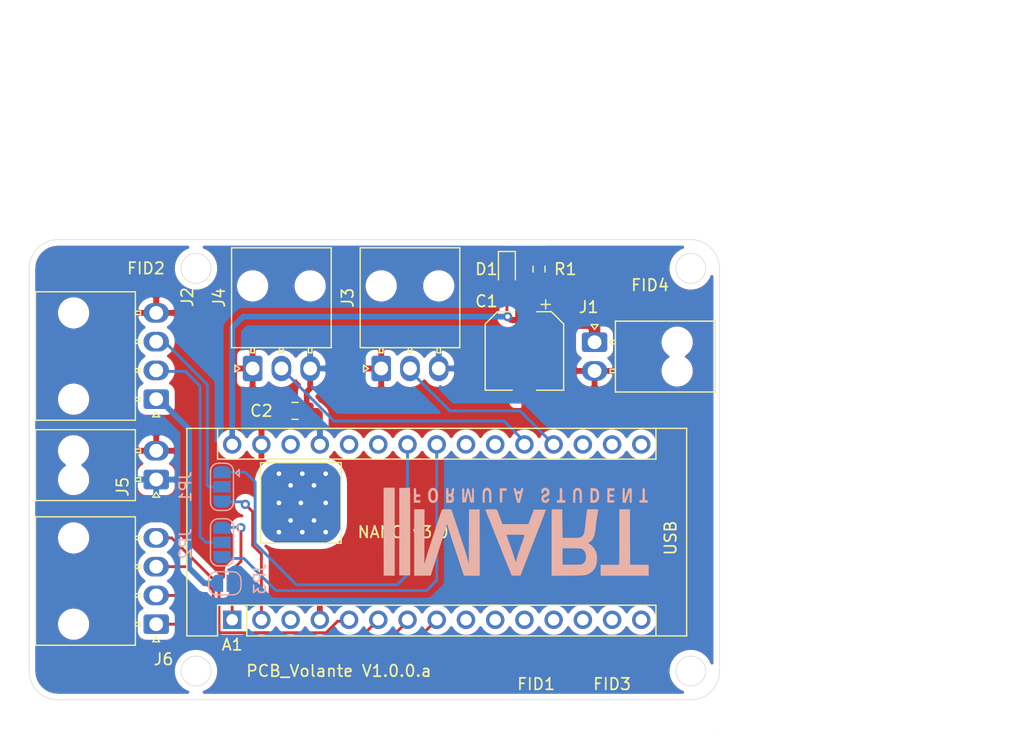
<source format=kicad_pcb>
(kicad_pcb (version 20171130) (host pcbnew "(5.1.8)-1")
  (layers (0 F.Cu signal hide) (31 B.Cu signal hide) (34 B.Paste user) (35 F.Paste user) (36 B.SilkS user hide) (37 F.SilkS user) (38 B.Mask user) (39 F.Mask user) (44 Edge.Cuts user))
  (net 0 "")
  (net 1 "Net-(A1-Pad16)")
  (net 2 "Net-(A1-Pad15)")
  (net 3 +12V)
  (net 4 "Net-(A1-Pad14)")
  (net 5 GND)
  (net 6 "Net-(A1-Pad13)")
  (net 7 "Net-(A1-Pad28)")
  (net 8 "Net-(A1-Pad12)")
  (net 9 VCC)
  (net 10 "Net-(A1-Pad11)")
  (net 11 "Net-(A1-Pad26)")
  (net 12 "Net-(A1-Pad10)")
  (net 13 "Net-(A1-Pad25)")
  (net 14 "Net-(A1-Pad9)")
  (net 15 SCL)
  (net 16 Btn3)
  (net 17 SDA)
  (net 18 Btn2)
  (net 19 "Net-(A1-Pad22)")
  (net 20 Btn1)
  (net 21 "Net-(A1-Pad21)")
  (net 22 Btn0)
  (net 23 Enco1_D)
  (net 24 Enco0_D)
  (net 25 "Net-(A1-Pad3)")
  (net 26 "Net-(A1-Pad18)")
  (net 27 RX)
  (net 28 "Net-(A1-Pad17)")
  (net 29 TX)
  (net 30 "Net-(J2-Pad3)")
  (net 31 "Net-(J2-Pad2)")
  (net 32 "Net-(J2-Pad1)")
  (net 33 "Net-(D1-Pad1)")
  (module Arduino_Modules:ThermalPad07_07 (layer F.Cu) (at 78.613 87.884)
    (fp_text reference " " (at 0 4.572) (layer F.SilkS))
    (fp_text value ThermalPad07_07)
    (pad 1 thru_hole roundrect (at 0 0) (size 7 7) (drill 0.4) (layers *.Cu *.Mask))
  )
  (module Inputs_Volante:MART_Logo (layer B.Cu) (at 97.536 89.916)
    (fp_text reference G*** hide)
    (fp_text value LOGO hide)
  )
  (module Capacitor_SMD:C_0805_2012Metric_Pad1.18x1.45mm_HandSolder (layer F.Cu) (at 78.105 79.883)
    (fp_text reference C2 (at -2.921 0) (layer F.SilkS))
    (fp_text value C)
    (pad 2 smd roundrect (at 1.0375 0) (size 1.175 1.45) (layers F.Cu F.Paste F.Mask) (roundrect_rratio 0.2127659574468085) (net 9 VCC))
    (pad 1 smd roundrect (at -1.0375 0) (size 1.175 1.45) (layers F.Cu F.Paste F.Mask) (roundrect_rratio 0.2127659574468085) (net 5 GND))
  )
  (module Connector_Molex:Molex_Nano-Fit_105313-xx04_1x04_P2.50mm_Horizontal (layer F.Cu) (at 66.04 98.425 180)
    (fp_text reference J6 (at -0.635 -3.048 180) (layer F.SilkS))
    (fp_text value 01x04_Comm)
    (pad "" np_thru_hole circle (at 7.18 7.5 180) (size 1.7 1.7) (drill 1.7) (layers *.Cu *.Mask))
    (pad "" np_thru_hole circle (at 7.18 0 180) (size 1.7 1.7) (drill 1.7) (layers *.Cu *.Mask))
    (pad 4 thru_hole oval (at 0 7.5 180) (size 2.2 1.7) (drill 1.2) (layers *.Cu *.Mask) (net 22 Btn0))
    (pad 3 thru_hole oval (at 0 5 180) (size 2.2 1.7) (drill 1.2) (layers *.Cu *.Mask) (net 20 Btn1))
    (pad 2 thru_hole oval (at 0 2.5 180) (size 2.2 1.7) (drill 1.2) (layers *.Cu *.Mask) (net 18 Btn2))
    (pad 1 thru_hole roundrect (at 0 0 180) (size 2.2 1.7) (drill 1.2) (layers *.Cu *.Mask) (roundrect_rratio 0.1470588235294118) (net 16 Btn3))
  )
  (module Connector_Molex:Molex_Nano-Fit_105313-xx02_1x02_P2.50mm_Horizontal (layer F.Cu) (at 66.04 85.852 180)
    (fp_text reference J5 (at 2.921 -0.635 90) (layer F.SilkS))
    (fp_text value 01x02_BtnSupply)
    (pad "" np_thru_hole circle (at 7.18 2.5 180) (size 1.7 1.7) (drill 1.7) (layers *.Cu *.Mask))
    (pad "" np_thru_hole circle (at 7.18 0 180) (size 1.7 1.7) (drill 1.7) (layers *.Cu *.Mask))
    (pad 2 thru_hole oval (at 0 2.5 180) (size 2.2 1.7) (drill 1.2) (layers *.Cu *.Mask) (net 5 GND))
    (pad 1 thru_hole roundrect (at 0 0 180) (size 2.2 1.7) (drill 1.2) (layers *.Cu *.Mask) (roundrect_rratio 0.1470588235294118) (net 9 VCC))
  )
  (module Capacitor_SMD:CP_Elec_6.3x7.7 (layer F.Cu) (at 98.044 74.676 270)
    (fp_text reference C1 (at -4.318 3.302 180) (layer F.SilkS))
    (fp_text value CP)
    (pad 2 smd roundrect (at 2.7 0 270) (size 3.5 1.6) (layers F.Cu F.Paste F.Mask) (roundrect_rratio 0.15625) (net 5 GND))
    (pad 1 smd roundrect (at -2.7 0 270) (size 3.5 1.6) (layers F.Cu F.Paste F.Mask) (roundrect_rratio 0.15625) (net 3 +12V))
  )
  (module Module:Arduino_Nano (layer F.Cu) (at 72.644 98.044 90)
    (fp_text reference A1 (at -2.159 0 180) (layer F.SilkS))
    (fp_text value Arduino_Nano_v3.x)
    (pad 16 thru_hole oval (at 15.24 35.56 90) (size 1.6 1.6) (drill 1) (layers *.Cu *.Mask) (net 1 "Net-(A1-Pad16)"))
    (pad 15 thru_hole oval (at 0 35.56 90) (size 1.6 1.6) (drill 1) (layers *.Cu *.Mask) (net 2 "Net-(A1-Pad15)"))
    (pad 30 thru_hole oval (at 15.24 0 90) (size 1.6 1.6) (drill 1) (layers *.Cu *.Mask) (net 3 +12V))
    (pad 14 thru_hole oval (at 0 33.02 90) (size 1.6 1.6) (drill 1) (layers *.Cu *.Mask) (net 4 "Net-(A1-Pad14)"))
    (pad 29 thru_hole oval (at 15.24 2.54 90) (size 1.6 1.6) (drill 1) (layers *.Cu *.Mask) (net 5 GND))
    (pad 13 thru_hole oval (at 0 30.48 90) (size 1.6 1.6) (drill 1) (layers *.Cu *.Mask) (net 6 "Net-(A1-Pad13)"))
    (pad 28 thru_hole oval (at 15.24 5.08 90) (size 1.6 1.6) (drill 1) (layers *.Cu *.Mask) (net 7 "Net-(A1-Pad28)"))
    (pad 12 thru_hole oval (at 0 27.94 90) (size 1.6 1.6) (drill 1) (layers *.Cu *.Mask) (net 8 "Net-(A1-Pad12)"))
    (pad 27 thru_hole oval (at 15.24 7.62 90) (size 1.6 1.6) (drill 1) (layers *.Cu *.Mask) (net 9 VCC))
    (pad 11 thru_hole oval (at 0 25.4 90) (size 1.6 1.6) (drill 1) (layers *.Cu *.Mask) (net 10 "Net-(A1-Pad11)"))
    (pad 26 thru_hole oval (at 15.24 10.16 90) (size 1.6 1.6) (drill 1) (layers *.Cu *.Mask) (net 11 "Net-(A1-Pad26)"))
    (pad 10 thru_hole oval (at 0 22.86 90) (size 1.6 1.6) (drill 1) (layers *.Cu *.Mask) (net 12 "Net-(A1-Pad10)"))
    (pad 25 thru_hole oval (at 15.24 12.7 90) (size 1.6 1.6) (drill 1) (layers *.Cu *.Mask) (net 13 "Net-(A1-Pad25)"))
    (pad 9 thru_hole oval (at 0 20.32 90) (size 1.6 1.6) (drill 1) (layers *.Cu *.Mask) (net 14 "Net-(A1-Pad9)"))
    (pad 24 thru_hole oval (at 15.24 15.24 90) (size 1.6 1.6) (drill 1) (layers *.Cu *.Mask) (net 15 SCL))
    (pad 8 thru_hole oval (at 0 17.78 90) (size 1.6 1.6) (drill 1) (layers *.Cu *.Mask) (net 16 Btn3))
    (pad 23 thru_hole oval (at 15.24 17.78 90) (size 1.6 1.6) (drill 1) (layers *.Cu *.Mask) (net 17 SDA))
    (pad 7 thru_hole oval (at 0 15.24 90) (size 1.6 1.6) (drill 1) (layers *.Cu *.Mask) (net 18 Btn2))
    (pad 22 thru_hole oval (at 15.24 20.32 90) (size 1.6 1.6) (drill 1) (layers *.Cu *.Mask) (net 19 "Net-(A1-Pad22)"))
    (pad 6 thru_hole oval (at 0 12.7 90) (size 1.6 1.6) (drill 1) (layers *.Cu *.Mask) (net 20 Btn1))
    (pad 21 thru_hole oval (at 15.24 22.86 90) (size 1.6 1.6) (drill 1) (layers *.Cu *.Mask) (net 21 "Net-(A1-Pad21)"))
    (pad 5 thru_hole oval (at 0 10.16 90) (size 1.6 1.6) (drill 1) (layers *.Cu *.Mask) (net 22 Btn0))
    (pad 20 thru_hole oval (at 15.24 25.4 90) (size 1.6 1.6) (drill 1) (layers *.Cu *.Mask) (net 23 Enco1_D))
    (pad 4 thru_hole oval (at 0 7.62 90) (size 1.6 1.6) (drill 1) (layers *.Cu *.Mask) (net 5 GND))
    (pad 19 thru_hole oval (at 15.24 27.94 90) (size 1.6 1.6) (drill 1) (layers *.Cu *.Mask) (net 24 Enco0_D))
    (pad 3 thru_hole oval (at 0 5.08 90) (size 1.6 1.6) (drill 1) (layers *.Cu *.Mask) (net 25 "Net-(A1-Pad3)"))
    (pad 18 thru_hole oval (at 15.24 30.48 90) (size 1.6 1.6) (drill 1) (layers *.Cu *.Mask) (net 26 "Net-(A1-Pad18)"))
    (pad 2 thru_hole oval (at 0 2.54 90) (size 1.6 1.6) (drill 1) (layers *.Cu *.Mask) (net 27 RX))
    (pad 17 thru_hole oval (at 15.24 33.02 90) (size 1.6 1.6) (drill 1) (layers *.Cu *.Mask) (net 28 "Net-(A1-Pad17)"))
    (pad 1 thru_hole rect (at 0 0 90) (size 1.6 1.6) (drill 1) (layers *.Cu *.Mask) (net 29 TX))
  )
  (module Resistor_SMD:R_0603_1608Metric_Pad0.98x0.95mm_HandSolder (layer F.Cu) (at 99.314 67.564 270)
    (fp_text reference R1 (at 0 -2.286 180) (layer F.SilkS))
    (fp_text value R_Small)
    (pad 2 smd roundrect (at 0.9125 0 270) (size 0.975 0.95) (layers F.Cu F.Paste F.Mask) (net 5 GND))
    (pad 1 smd roundrect (at -0.9125 0 270) (size 0.975 0.95) (layers F.Cu F.Paste F.Mask) (net 33 "Net-(D1-Pad1)"))
  )
  (module LED_SMD:LED_0603_1608Metric_Pad1.05x0.95mm_HandSolder (layer F.Cu) (at 96.52 67.691 270)
    (fp_text reference D1 (at -0.127 1.778 180) (layer F.SilkS))
    (fp_text value G-LED)
    (pad 2 smd roundrect (at 0.875 0 270) (size 1.05 0.95) (layers F.Cu F.Paste F.Mask) (net 3 +12V))
    (pad 1 smd roundrect (at -0.875 0 270) (size 1.05 0.95) (layers F.Cu F.Paste F.Mask) (net 33 "Net-(D1-Pad1)"))
  )
  (module Jumper:SolderJumper-2_P1.3mm_Open_RoundedPad1.0x1.5mm (layer B.Cu) (at 72.009 94.869 180)
    (fp_text reference JP3 (at -3.048 0.381 270) (layer B.SilkS) (effects (justify mirror)))
    (fp_text value SolderJumper_2_Open)
    (pad 2 smd custom (at 0.65 0 180) (size 1 0.5) (layers B.Cu B.Mask) (net 32 "Net-(J2-Pad1)") (options (clearance outline) (anchor rect)) (primitives (gr_circle (center 0 -0.25) (end 0.5 -0.25) (width 0)) (gr_circle (center 0 0.25) (end 0.5 0.25) (width 0)) (gr_poly (pts (xy 0 0.75) (xy -0.5 0.75) (xy -0.5 -0.75) (xy 0 -0.75)) (width 0))))
    (pad 1 smd custom (at -0.65 0 180) (size 1 0.5) (layers B.Cu B.Mask) (net 9 VCC) (options (clearance outline) (anchor rect)) (primitives (gr_circle (center 0 -0.25) (end 0.5 -0.25) (width 0)) (gr_circle (center 0 0.25) (end 0.5 0.25) (width 0)) (gr_poly (pts (xy 0 0.75) (xy 0.5 0.75) (xy 0.5 -0.75) (xy 0 -0.75)) (width 0))))
  )
  (module Jumper:SolderJumper-3_P1.3mm_Open_RoundedPad1.0x1.5mm (layer B.Cu) (at 71.755 91.313 270)
    (fp_text reference JP2 (at 0.127 3.175 270) (layer B.SilkS) (effects (justify mirror)))
    (fp_text value SolderJumper_3_Open)
    (pad 2 smd rect (at 0 0 270) (size 1 1.5) (layers B.Cu B.Mask) (net 31 "Net-(J2-Pad2)"))
    (pad 3 smd custom (at 1.3 0 270) (size 1 0.5) (layers B.Cu B.Mask) (net 17 SDA) (options (clearance outline) (anchor rect)) (primitives (gr_circle (center 0 -0.25) (end 0.5 -0.25) (width 0)) (gr_circle (center 0 0.25) (end 0.5 0.25) (width 0)) (gr_poly (pts (xy -0.55 0.75) (xy 0 0.75) (xy 0 -0.75) (xy -0.55 -0.75)) (width 0))))
    (pad 1 smd custom (at -1.3 0 270) (size 1 0.5) (layers B.Cu B.Mask) (net 29 TX) (options (clearance outline) (anchor rect)) (primitives (gr_circle (center 0 -0.25) (end 0.5 -0.25) (width 0)) (gr_circle (center 0 0.25) (end 0.5 0.25) (width 0)) (gr_poly (pts (xy 0.55 0.75) (xy 0 0.75) (xy 0 -0.75) (xy 0.55 -0.75)) (width 0))))
  )
  (module Jumper:SolderJumper-3_P1.3mm_Open_RoundedPad1.0x1.5mm (layer B.Cu) (at 71.755 86.487 270)
    (fp_text reference JP1 (at 0 3.175 270) (layer B.SilkS) (effects (justify mirror)))
    (fp_text value SolderJumper_3_Open)
    (pad 2 smd rect (at 0 0 270) (size 1 1.5) (layers B.Cu B.Mask) (net 30 "Net-(J2-Pad3)"))
    (pad 3 smd custom (at 1.3 0 270) (size 1 0.5) (layers B.Cu B.Mask) (net 27 RX) (options (clearance outline) (anchor rect)) (primitives (gr_circle (center 0 -0.25) (end 0.5 -0.25) (width 0)) (gr_circle (center 0 0.25) (end 0.5 0.25) (width 0)) (gr_poly (pts (xy -0.55 0.75) (xy 0 0.75) (xy 0 -0.75) (xy -0.55 -0.75)) (width 0))))
    (pad 1 smd custom (at -1.3 0 270) (size 1 0.5) (layers B.Cu B.Mask) (net 15 SCL) (options (clearance outline) (anchor rect)) (primitives (gr_circle (center 0 -0.25) (end 0.5 -0.25) (width 0)) (gr_circle (center 0 0.25) (end 0.5 0.25) (width 0)) (gr_poly (pts (xy 0.55 0.75) (xy 0 0.75) (xy 0 -0.75) (xy 0.55 -0.75)) (width 0))))
  )
  (module Connector_Molex:Molex_Nano-Fit_105313-xx03_1x03_P2.50mm_Horizontal (layer F.Cu) (at 74.422 76.2 90)
    (fp_text reference J4 (at 6.15 -2.92 90) (layer F.SilkS))
    (fp_text value 01x03_Enco1)
    (pad "" np_thru_hole circle (at 7.18 5 90) (size 1.7 1.7) (drill 1.7) (layers *.Cu *.Mask))
    (pad "" np_thru_hole circle (at 7.18 0 90) (size 1.7 1.7) (drill 1.7) (layers *.Cu *.Mask))
    (pad 3 thru_hole oval (at 0 5 90) (size 2.2 1.7) (drill 1.2) (layers *.Cu *.Mask) (net 9 VCC))
    (pad 2 thru_hole oval (at 0 2.5 90) (size 2.2 1.7) (drill 1.2) (layers *.Cu *.Mask) (net 23 Enco1_D))
    (pad 1 thru_hole roundrect (at 0 0 90) (size 2.2 1.7) (drill 1.2) (layers *.Cu *.Mask) (roundrect_rratio 0.1470588235294118) (net 5 GND))
  )
  (module Connector_Molex:Molex_Nano-Fit_105313-xx03_1x03_P2.50mm_Horizontal (layer F.Cu) (at 85.598 76.2 90)
    (fp_text reference J3 (at 6.15 -2.92 90) (layer F.SilkS))
    (fp_text value 01x03_Enco0)
    (pad "" np_thru_hole circle (at 7.18 5 90) (size 1.7 1.7) (drill 1.7) (layers *.Cu *.Mask))
    (pad "" np_thru_hole circle (at 7.18 0 90) (size 1.7 1.7) (drill 1.7) (layers *.Cu *.Mask))
    (pad 3 thru_hole oval (at 0 5 90) (size 2.2 1.7) (drill 1.2) (layers *.Cu *.Mask) (net 9 VCC))
    (pad 2 thru_hole oval (at 0 2.5 90) (size 2.2 1.7) (drill 1.2) (layers *.Cu *.Mask) (net 24 Enco0_D))
    (pad 1 thru_hole roundrect (at 0 0 90) (size 2.2 1.7) (drill 1.2) (layers *.Cu *.Mask) (roundrect_rratio 0.1470588235294118) (net 5 GND))
  )
  (module Connector_Molex:Molex_Nano-Fit_105313-xx04_1x04_P2.50mm_Horizontal (layer F.Cu) (at 66.04 78.867 180)
    (fp_text reference J2 (at -2.706 8.867 90) (layer F.SilkS))
    (fp_text value 01x04_BtnSignal)
    (pad "" np_thru_hole circle (at 7.18 7.5 180) (size 1.7 1.7) (drill 1.7) (layers *.Cu *.Mask))
    (pad "" np_thru_hole circle (at 7.18 0 180) (size 1.7 1.7) (drill 1.7) (layers *.Cu *.Mask))
    (pad 4 thru_hole oval (at 0 7.5 180) (size 2.2 1.7) (drill 1.2) (layers *.Cu *.Mask) (net 5 GND))
    (pad 3 thru_hole oval (at 0 5 180) (size 2.2 1.7) (drill 1.2) (layers *.Cu *.Mask) (net 30 "Net-(J2-Pad3)"))
    (pad 2 thru_hole oval (at 0 2.5 180) (size 2.2 1.7) (drill 1.2) (layers *.Cu *.Mask) (net 31 "Net-(J2-Pad2)"))
    (pad 1 thru_hole roundrect (at 0 0 180) (size 2.2 1.7) (drill 1.2) (layers *.Cu *.Mask) (roundrect_rratio 0.1470588235294118) (net 32 "Net-(J2-Pad1)"))
  )
  (module Connector_Molex:Molex_Nano-Fit_105313-xx02_1x02_P2.50mm_Horizontal (layer F.Cu) (at 104.14 73.914)
    (fp_text reference J1 (at -0.508 -3.048) (layer F.SilkS))
    (fp_text value 01x02_PowSupply)
    (pad "" np_thru_hole circle (at 7.18 2.5) (size 1.7 1.7) (drill 1.7) (layers *.Cu *.Mask))
    (pad "" np_thru_hole circle (at 7.18 0) (size 1.7 1.7) (drill 1.7) (layers *.Cu *.Mask))
    (pad 2 thru_hole oval (at 0 2.5) (size 2.2 1.7) (drill 1.2) (layers *.Cu *.Mask) (net 5 GND))
    (pad 1 thru_hole roundrect (at 0 0) (size 2.2 1.7) (drill 1.2) (layers *.Cu *.Mask) (roundrect_rratio 0.1470588235294118) (net 3 +12V))
  )
  (module Fiducial:Fiducial_0.5mm_Mask1.5mm (layer F.Cu) (at 108.966 67.056)
    (fp_text reference FID4 (at 0 1.905) (layer F.SilkS))
    (fp_text value Fid)
    (pad "" smd circle (at 0 0) (size 0.5 0.5) (layers F.Cu F.Mask) (clearance 0.5))
  )
  (module Fiducial:Fiducial_0.5mm_Mask1.5mm (layer F.Cu) (at 108.692 102.122)
    (fp_text reference FID3 (at -3.028 1.51) (layer F.SilkS))
    (fp_text value Fiducial)
    (pad "" smd circle (at 0 0) (size 0.5 0.5) (layers F.Cu F.Mask) (clearance 0.5))
  )
  (module Fiducial:Fiducial_0.5mm_Mask1.5mm (layer F.Cu) (at 61.976 67.056)
    (fp_text reference FID2 (at 3.175 0.444) (layer F.SilkS))
    (fp_text value Fiducial)
    (pad "" smd circle (at 0 0) (size 0.5 0.5) (layers F.Cu F.Mask) (clearance 0.5))
  )
  (module Fiducial:Fiducial_0.5mm_Mask1.5mm (layer F.Cu) (at 102.235 102.122)
    (fp_text reference FID1 (at -3.175 1.51) (layer F.SilkS))
    (fp_text value Fiducial)
    (pad "" smd circle (at 0 0) (size 0.5 0.5) (layers F.Cu F.Mask) (clearance 0.5))
  )
  (gr_text "MART FS" (at 95.25 102.235) (layer F.Cu) (effects (font (size 1.5 1.5) (thickness 0.3))))
  (gr_text USB (at 110.744 90.932 90) (layer F.SilkS) (effects (font (size 1 1))))
  (gr_text "NANO v3.0" (at 87.503 90.424) (layer F.SilkS) (effects (font (size 1 1))))
  (gr_text "PCB_Volante V1.0.0.a" (at 81.915 102.489) (layer F.SilkS) (effects (font (size 1 1))))
  (gr_arc (start 57.5 67.5) (end 57.5 65) (angle -90) (layer Edge.Cuts) (width 0.05))
  (gr_arc (start 57.5 102.5) (end 55 102.5) (angle -90) (layer Edge.Cuts) (width 0.05))
  (gr_line (start 115 107.5) (end 115 107.5) (layer Edge.Cuts) (width 0.05))
  (gr_arc (start 112.5 67.5) (end 115 67.5) (angle -90) (layer Edge.Cuts) (width 0.05))
  (gr_arc (start 112.5 102.5) (end 112.5 105) (angle -90) (layer Edge.Cuts) (width 0.05))
  (gr_circle (center 69.5 67.5) (end 70.8 67.5) (layer Edge.Cuts) (width 0.05))
  (gr_circle (center 69.5 102.5) (end 70.8 102.5) (layer Edge.Cuts) (width 0.05))
  (gr_circle (center 112.5 67.5) (end 113.8 67.5) (layer Edge.Cuts) (width 0.05))
  (gr_circle (center 112.5 102.5) (end 113.8 102.5) (layer Edge.Cuts) (width 0.05))
  (gr_line (start 57.5 105) (end 112.5 105) (layer Edge.Cuts) (width 0.05))
  (gr_line (start 115 67.5) (end 115 102.5) (layer Edge.Cuts) (width 0.05))
  (gr_line (start 57.5 65) (end 112.5 65) (layer Edge.Cuts) (width 0.05))
  (gr_line (start 55 67.5) (end 55 102.5) (layer Edge.Cuts) (width 0.05))
  (via (at 80.772 85.344) (size 0.8) (drill 0.4) (layers F.Cu B.Cu) (net 0))
  (via (at 78.74 85.344) (size 0.8) (drill 0.4) (layers F.Cu B.Cu) (net 0))
  (via (at 76.708 85.344) (size 0.8) (drill 0.4) (layers F.Cu B.Cu) (net 0))
  (via (at 76.708 87.884) (size 0.8) (drill 0.4) (layers F.Cu B.Cu) (net 0))
  (via (at 76.708 90.424) (size 0.8) (drill 0.4) (layers F.Cu B.Cu) (net 0))
  (via (at 78.74 90.424) (size 0.8) (drill 0.4) (layers F.Cu B.Cu) (net 0))
  (via (at 80.772 90.424) (size 0.8) (drill 0.4) (layers F.Cu B.Cu) (net 0))
  (via (at 80.772 87.884) (size 0.8) (drill 0.4) (layers F.Cu B.Cu) (net 0))
  (via (at 79.756 86.36) (size 0.8) (drill 0.4) (layers F.Cu B.Cu) (net 0))
  (segment (start 80.772 87.376) (end 79.756 86.36) (width 0.25) (layer F.Cu) (net 0))
  (segment (start 80.772 87.884) (end 80.772 87.376) (width 0.25) (layer F.Cu) (net 0))
  (via (at 77.724 86.36) (size 0.8) (drill 0.4) (layers F.Cu B.Cu) (net 0))
  (via (at 77.724 89.408) (size 0.8) (drill 0.4) (layers F.Cu B.Cu) (net 0))
  (via (at 79.756 89.408) (size 0.8) (drill 0.4) (layers F.Cu B.Cu) (net 0))
  (segment (start 98.044 71.976) (end 100.932 71.976) (width 0.25) (layer F.Cu) (net 3))
  (segment (start 100.932 71.976) (end 103.472 71.976) (width 0.25) (layer F.Cu) (net 3))
  (segment (start 104.14 72.644) (end 104.14 73.66) (width 0.25) (layer F.Cu) (net 3))
  (segment (start 96.52 68.566) (end 96.52 70.612) (width 0.25) (layer F.Cu) (net 3))
  (segment (start 96.52 70.612) (end 96.52 71.628) (width 0.25) (layer F.Cu) (net 3))
  (segment (start 97.028 72.136) (end 98.044 72.136) (width 0.25) (layer F.Cu) (net 3))
  (segment (start 98.044 72.136) (end 98.044 72.644) (width 0.25) (layer F.Cu) (net 3))
  (segment (start 104.14 72.644) (end 103.8225 72.3265) (width 1) (layer F.Cu) (net 3))
  (segment (start 104.14 73.914) (end 104.14 72.644) (width 1) (layer F.Cu) (net 3))
  (segment (start 103.759 72.263) (end 98.679 72.263) (width 1) (layer F.Cu) (net 3))
  (segment (start 103.472 71.976) (end 103.759 72.263) (width 0.25) (layer F.Cu) (net 3))
  (segment (start 103.759 72.263) (end 103.8225 72.3265) (width 0.25) (layer F.Cu) (net 3))
  (via (at 96.5835 71.6915) (size 0.8) (drill 0.4) (layers F.Cu B.Cu) (net 3))
  (segment (start 96.868 71.976) (end 96.5835 71.6915) (width 0.5) (layer F.Cu) (net 3))
  (segment (start 98.044 71.976) (end 96.868 71.976) (width 0.5) (layer F.Cu) (net 3))
  (segment (start 96.5835 71.6915) (end 97.028 72.136) (width 0.25) (layer F.Cu) (net 3))
  (segment (start 96.52 71.628) (end 96.5835 71.6915) (width 0.25) (layer F.Cu) (net 3))
  (segment (start 96.5835 71.6915) (end 73.5965 71.6915) (width 0.5) (layer B.Cu) (net 3))
  (segment (start 73.5965 71.6915) (end 72.644 72.644) (width 0.5) (layer B.Cu) (net 3))
  (segment (start 72.644 72.644) (end 72.644 82.677) (width 0.5) (layer B.Cu) (net 3))
  (segment (start 75.184 82.804) (end 75.184 80.645) (width 0.5) (layer F.Cu) (net 5))
  (segment (start 75.184 80.645) (end 75.946 79.883) (width 0.5) (layer F.Cu) (net 5))
  (segment (start 75.946 79.883) (end 77.089 79.883) (width 0.5) (layer F.Cu) (net 5))
  (segment (start 79.1425 79.883) (end 80.01 79.883) (width 0.5) (layer F.Cu) (net 9))
  (segment (start 80.01 79.883) (end 80.264 80.137) (width 0.5) (layer F.Cu) (net 9))
  (segment (start 80.264 80.137) (end 80.264 82.931) (width 0.5) (layer F.Cu) (net 9))
  (segment (start 79.422 76.2) (end 79.422 77.931) (width 0.5) (layer F.Cu) (net 9))
  (segment (start 79.422 77.931) (end 79.121 78.232) (width 0.5) (layer F.Cu) (net 9))
  (segment (start 79.121 78.232) (end 79.121 80.01) (width 0.5) (layer F.Cu) (net 9))
  (segment (start 87.884 82.804) (end 87.884 94.107) (width 0.25) (layer B.Cu) (net 15))
  (segment (start 86.995 94.996) (end 78.232 94.996) (width 0.25) (layer B.Cu) (net 15))
  (segment (start 87.884 94.107) (end 86.995 94.996) (width 0.25) (layer B.Cu) (net 15))
  (segment (start 78.232 94.996) (end 74.639002 91.403002) (width 0.25) (layer B.Cu) (net 15))
  (segment (start 74.639002 91.403002) (end 74.639002 86.704002) (width 0.25) (layer B.Cu) (net 15))
  (segment (start 74.639002 86.704002) (end 74.639002 86.069002) (width 0.25) (layer B.Cu) (net 15))
  (segment (start 74.639002 86.069002) (end 73.787 85.217) (width 0.25) (layer B.Cu) (net 15))
  (segment (start 73.787 85.217) (end 71.755 85.217) (width 0.25) (layer B.Cu) (net 15))
  (segment (start 66.04 98.425) (end 69.088 98.425) (width 0.25) (layer F.Cu) (net 16))
  (segment (start 69.925 98.425) (end 70.09998 98.59998) (width 0.25) (layer F.Cu) (net 16))
  (segment (start 69.088 98.425) (end 69.925 98.425) (width 0.25) (layer F.Cu) (net 16))
  (segment (start 70.09998 98.59998) (end 70.09998 99.5) (width 0.25) (layer F.Cu) (net 16))
  (segment (start 70.099982 99.557187) (end 71.061834 100.519039) (width 0.25) (layer F.Cu) (net 16))
  (segment (start 70.09998 99.5) (end 70.099982 99.557187) (width 0.25) (layer F.Cu) (net 16))
  (segment (start 71.061834 100.519039) (end 87.948961 100.519039) (width 0.25) (layer F.Cu) (net 16))
  (segment (start 87.948961 100.519039) (end 90.424 98.044) (width 0.25) (layer F.Cu) (net 16))
  (segment (start 90.424 94.615) (end 89.535 95.504) (width 0.25) (layer B.Cu) (net 17))
  (segment (start 89.535 95.504) (end 76.454 95.504) (width 0.25) (layer B.Cu) (net 17))
  (segment (start 76.454 95.504) (end 73.66 92.71) (width 0.25) (layer B.Cu) (net 17))
  (segment (start 73.66 92.71) (end 72.644 92.71) (width 0.25) (layer B.Cu) (net 17))
  (segment (start 72.644 92.71) (end 71.882 92.71) (width 0.25) (layer B.Cu) (net 17))
  (segment (start 90.424 82.804) (end 90.424 94.615) (width 0.25) (layer B.Cu) (net 17))
  (segment (start 87.884 98.044) (end 87.884 98.171) (width 0.25) (layer F.Cu) (net 18))
  (segment (start 69.001 95.925) (end 66.04 95.925) (width 0.25) (layer F.Cu) (net 18))
  (segment (start 70.425 95.925) (end 69.001 95.925) (width 0.25) (layer F.Cu) (net 18))
  (segment (start 70.54999 96.04999) (end 70.425 95.925) (width 0.25) (layer F.Cu) (net 18))
  (segment (start 70.54999 99.370785) (end 70.54999 96.04999) (width 0.25) (layer F.Cu) (net 18))
  (segment (start 71.248234 100.069029) (end 70.54999 99.370785) (width 0.25) (layer F.Cu) (net 18))
  (segment (start 85.985971 100.069029) (end 71.248234 100.069029) (width 0.25) (layer F.Cu) (net 18))
  (segment (start 88.011 98.044) (end 85.985971 100.069029) (width 0.25) (layer F.Cu) (net 18))
  (segment (start 66.04 93.425) (end 68.925 93.425) (width 0.25) (layer F.Cu) (net 20))
  (segment (start 83.768988 99.619012) (end 85.344 98.044) (width 0.25) (layer F.Cu) (net 20))
  (segment (start 71 95.5) (end 71 99.184385) (width 0.25) (layer F.Cu) (net 20))
  (segment (start 68.925 93.425) (end 71 95.5) (width 0.25) (layer F.Cu) (net 20))
  (segment (start 71.434627 99.619012) (end 83.768988 99.619012) (width 0.25) (layer F.Cu) (net 20))
  (segment (start 71 99.184385) (end 71.434627 99.619012) (width 0.25) (layer F.Cu) (net 20))
  (segment (start 75.724001 99.169001) (end 74.643999 99.169001) (width 0.25) (layer F.Cu) (net 22))
  (segment (start 67.39 90.925) (end 66.04 90.925) (width 0.25) (layer F.Cu) (net 22))
  (segment (start 71.501 99.048977) (end 71.501 95.036) (width 0.25) (layer F.Cu) (net 22))
  (segment (start 71.621024 99.169001) (end 71.501 99.048977) (width 0.25) (layer F.Cu) (net 22))
  (segment (start 80.804001 99.169001) (end 71.621024 99.169001) (width 0.25) (layer F.Cu) (net 22))
  (segment (start 71.501 95.036) (end 67.39 90.925) (width 0.25) (layer F.Cu) (net 22))
  (segment (start 81.802002 98.171) (end 80.804001 99.169001) (width 0.25) (layer F.Cu) (net 22))
  (segment (start 82.931 98.171) (end 81.802002 98.171) (width 0.25) (layer F.Cu) (net 22))
  (segment (start 76.922 76.2) (end 81.494 80.772) (width 0.25) (layer B.Cu) (net 23))
  (segment (start 81.494 80.772) (end 96.266 80.772) (width 0.25) (layer B.Cu) (net 23))
  (segment (start 96.266 80.772) (end 98.171 82.677) (width 0.25) (layer B.Cu) (net 23))
  (segment (start 98.171 82.677) (end 98.171 82.55) (width 0.25) (layer B.Cu) (net 23))
  (segment (start 98.171 82.55) (end 98.044 82.55) (width 0.25) (layer B.Cu) (net 23))
  (segment (start 100.584 82.804) (end 97.663 79.883) (width 0.25) (layer B.Cu) (net 24))
  (segment (start 97.663 79.883) (end 92.369285 79.883) (width 0.25) (layer B.Cu) (net 24))
  (segment (start 92.369285 79.883) (end 91.567 79.883) (width 0.25) (layer B.Cu) (net 24))
  (segment (start 91.567 79.883) (end 88.011 76.327) (width 0.25) (layer B.Cu) (net 24))
  (segment (start 74.422 91.567) (end 75.184 92.329) (width 0.25) (layer F.Cu) (net 27))
  (segment (start 75.184 92.329) (end 75.184 97.79) (width 0.25) (layer F.Cu) (net 27))
  (via (at 73.787 88.011) (size 0.8) (drill 0.4) (layers F.Cu B.Cu) (net 27))
  (segment (start 73.563 87.787) (end 73.787 88.011) (width 0.25) (layer B.Cu) (net 27))
  (segment (start 71.755 87.787) (end 73.563 87.787) (width 0.25) (layer B.Cu) (net 27))
  (segment (start 73.787 88.011) (end 74.422 88.646) (width 0.25) (layer F.Cu) (net 27))
  (segment (start 74.422 88.646) (end 74.422 91.567) (width 0.25) (layer F.Cu) (net 27))
  (via (at 73.406 90.043) (size 0.8) (drill 0.4) (layers F.Cu B.Cu) (net 29))
  (segment (start 73.376 90.013) (end 73.406 90.043) (width 0.25) (layer B.Cu) (net 29))
  (segment (start 71.755 90.013) (end 73.376 90.013) (width 0.25) (layer B.Cu) (net 29))
  (segment (start 73.406 90.043) (end 73.406 92.075) (width 0.25) (layer F.Cu) (net 29))
  (segment (start 73.406 92.075) (end 73.406 92.964) (width 0.25) (layer F.Cu) (net 29))
  (segment (start 73.406 92.964) (end 72.644 93.726) (width 0.25) (layer F.Cu) (net 29))
  (segment (start 72.644 93.726) (end 72.644 97.917) (width 0.25) (layer F.Cu) (net 29))
  (segment (start 70.485 77.597) (end 66.548 73.66) (width 0.25) (layer B.Cu) (net 30))
  (segment (start 70.485 86.36) (end 70.485 77.597) (width 0.25) (layer B.Cu) (net 30))
  (segment (start 70.612 86.487) (end 70.485 86.36) (width 0.25) (layer B.Cu) (net 30))
  (segment (start 71.755 86.487) (end 70.612 86.487) (width 0.25) (layer B.Cu) (net 30))
  (segment (start 69.858 89.654) (end 69.858 77.732) (width 0.25) (layer B.Cu) (net 31))
  (segment (start 69.858 77.732) (end 68.58 76.454) (width 0.25) (layer B.Cu) (net 31))
  (segment (start 68.58 76.454) (end 66.294 76.454) (width 0.25) (layer B.Cu) (net 31))
  (segment (start 69.858 89.875636) (end 69.85 89.883636) (width 0.25) (layer B.Cu) (net 31))
  (segment (start 69.858 89.654) (end 69.858 89.875636) (width 0.25) (layer B.Cu) (net 31))
  (segment (start 69.85 89.883636) (end 69.85 90.805) (width 0.25) (layer B.Cu) (net 31))
  (segment (start 69.85 90.805) (end 70.358 91.313) (width 0.25) (layer B.Cu) (net 31))
  (segment (start 70.358 91.313) (end 71.882 91.313) (width 0.25) (layer B.Cu) (net 31))
  (segment (start 66.294 78.867) (end 66.4845 79.0575) (width 0.5) (layer B.Cu) (net 32))
  (segment (start 68.893989 91.641989) (end 68.893989 81.466989) (width 0.5) (layer B.Cu) (net 32))
  (segment (start 68.893989 81.466989) (end 66.294 78.867) (width 0.5) (layer B.Cu) (net 32))
  (segment (start 68.893989 91.641989) (end 68.893989 93.531989) (width 0.5) (layer B.Cu) (net 32))
  (segment (start 68.893989 93.531989) (end 70.231 94.869) (width 0.5) (layer B.Cu) (net 32))
  (segment (start 70.231 94.869) (end 71.374 94.869) (width 0.5) (layer B.Cu) (net 32))
  (segment (start 96.52 66.816) (end 99.3 66.816) (width 0.25) (layer F.Cu) (net 33))
  (segment (start 99.3 66.816) (end 99.314 66.802) (width 0.25) (layer F.Cu) (net 33))
  (zone (net 9) (net_name VCC) (layer B.Cu) (connect_pads (clearance 0.508)) (min_thickness 0.254) (fill yes (arc_segments 32) (thermal_gap 0.508) (thermal_bridge_width 0.508))
    (polygon (pts (xy 114.935 104.902) (xy 54.864 105.029) (xy 54.991 65.024) (xy 114.935 65.024)))
  )
  (zone (net 5) (net_name GND) (layer F.Cu) (connect_pads (clearance 0.508)) (min_thickness 0.254) (fill yes (arc_segments 32) (thermal_gap 0.508) (thermal_bridge_width 0.508))
    (polygon (pts (xy 115.062 104.902) (xy 54.991 105.029) (xy 55.118 65.024) (xy 114.935 65.024)))
  )
)
</source>
